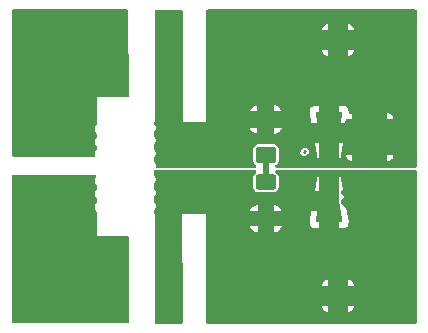
<source format=gbr>
%TF.GenerationSoftware,KiCad,Pcbnew,8.0.1*%
%TF.CreationDate,2024-04-06T18:31:26-05:00*%
%TF.ProjectId,Banana to Screw Terminal,42616e61-6e61-4207-946f-205363726577,2*%
%TF.SameCoordinates,Original*%
%TF.FileFunction,Copper,L2,Bot*%
%TF.FilePolarity,Positive*%
%FSLAX46Y46*%
G04 Gerber Fmt 4.6, Leading zero omitted, Abs format (unit mm)*
G04 Created by KiCad (PCBNEW 8.0.1) date 2024-04-06 18:31:26*
%MOMM*%
%LPD*%
G01*
G04 APERTURE LIST*
G04 Aperture macros list*
%AMRoundRect*
0 Rectangle with rounded corners*
0 $1 Rounding radius*
0 $2 $3 $4 $5 $6 $7 $8 $9 X,Y pos of 4 corners*
0 Add a 4 corners polygon primitive as box body*
4,1,4,$2,$3,$4,$5,$6,$7,$8,$9,$2,$3,0*
0 Add four circle primitives for the rounded corners*
1,1,$1+$1,$2,$3*
1,1,$1+$1,$4,$5*
1,1,$1+$1,$6,$7*
1,1,$1+$1,$8,$9*
0 Add four rect primitives between the rounded corners*
20,1,$1+$1,$2,$3,$4,$5,0*
20,1,$1+$1,$4,$5,$6,$7,0*
20,1,$1+$1,$6,$7,$8,$9,0*
20,1,$1+$1,$8,$9,$2,$3,0*%
%AMOutline4P*
0 Free polygon, 4 corners , with rotation*
0 The origin of the aperture is its center*
0 number of corners: always 4*
0 $1 to $8 corner X, Y*
0 $9 Rotation angle, in degrees counterclockwise*
0 create outline with 4 corners*
4,1,4,$1,$2,$3,$4,$5,$6,$7,$8,$1,$2,$9*%
G04 Aperture macros list end*
%TA.AperFunction,ComponentPad*%
%ADD10R,3.000000X3.000000*%
%TD*%
%TA.AperFunction,ComponentPad*%
%ADD11C,3.000000*%
%TD*%
%TA.AperFunction,ComponentPad*%
%ADD12R,1.700000X1.700000*%
%TD*%
%TA.AperFunction,ComponentPad*%
%ADD13C,0.800000*%
%TD*%
%TA.AperFunction,ComponentPad*%
%ADD14C,6.400000*%
%TD*%
%TA.AperFunction,SMDPad,CuDef*%
%ADD15RoundRect,0.250000X0.625000X-0.400000X0.625000X0.400000X-0.625000X0.400000X-0.625000X-0.400000X0*%
%TD*%
%TA.AperFunction,SMDPad,CuDef*%
%ADD16Outline4P,-1.800000X-1.150000X1.800000X-0.550000X1.800000X0.550000X-1.800000X1.150000X90.000000*%
%TD*%
%TA.AperFunction,SMDPad,CuDef*%
%ADD17Outline4P,-1.800000X-1.150000X1.800000X-0.550000X1.800000X0.550000X-1.800000X1.150000X270.000000*%
%TD*%
%TA.AperFunction,SMDPad,CuDef*%
%ADD18RoundRect,0.250001X-0.624999X0.462499X-0.624999X-0.462499X0.624999X-0.462499X0.624999X0.462499X0*%
%TD*%
%TA.AperFunction,ViaPad*%
%ADD19C,0.800000*%
%TD*%
%TA.AperFunction,Conductor*%
%ADD20C,0.250000*%
%TD*%
%TA.AperFunction,Conductor*%
%ADD21C,0.500000*%
%TD*%
G04 APERTURE END LIST*
D10*
%TO.P,J1,1,Pin_1*%
%TO.N,GND*%
X155575000Y-96901000D03*
D11*
%TO.P,J1,2,Pin_2*%
%TO.N,/Positive*%
X155575000Y-101981000D03*
%TD*%
D12*
%TO.P,J3,1,Pin_1*%
%TO.N,GND*%
X152882600Y-88671400D03*
%TD*%
D13*
%TO.P,H1,1,1*%
%TO.N,/Positive*%
X126600138Y-108968250D03*
X127303082Y-107271194D03*
X127303082Y-110665306D03*
X129000138Y-106568250D03*
D14*
X129000138Y-108968250D03*
D13*
X129000138Y-111368250D03*
X130697194Y-107271194D03*
X130697194Y-110665306D03*
X131400138Y-108968250D03*
%TD*%
D12*
%TO.P,J2,1,Pin_1*%
%TO.N,/Positive*%
X152882600Y-110337600D03*
%TD*%
D13*
%TO.P,H2,1,1*%
%TO.N,GND*%
X126600138Y-89918250D03*
X127303082Y-88221194D03*
X127303082Y-91615306D03*
X129000138Y-87518250D03*
D14*
X129000138Y-89918250D03*
D13*
X129000138Y-92318250D03*
X130697194Y-88221194D03*
X130697194Y-91615306D03*
X131400138Y-89918250D03*
%TD*%
D15*
%TO.P,R2,1*%
%TO.N,/Positive*%
X146790000Y-103820000D03*
%TO.P,R2,2*%
%TO.N,Net-(D2-A)*%
X146790000Y-100720000D03*
%TD*%
D16*
%TO.P,D3,1,K*%
%TO.N,/Positive*%
X152146000Y-102341000D03*
D17*
%TO.P,D3,2,A*%
%TO.N,GND*%
X152146000Y-96541000D03*
%TD*%
D18*
%TO.P,D2,1,K*%
%TO.N,GND*%
X146790000Y-95432500D03*
%TO.P,D2,2,A*%
%TO.N,Net-(D2-A)*%
X146790000Y-98407500D03*
%TD*%
D19*
%TO.N,GND*%
X144856200Y-86588600D03*
X144856200Y-95250000D03*
X144856200Y-88320880D03*
X144856200Y-90053160D03*
X144856200Y-91785440D03*
X144856200Y-93517720D03*
%TO.N,/Positive*%
X144856200Y-110535720D03*
X144856200Y-105415080D03*
X144856200Y-107121960D03*
X144856200Y-103708200D03*
X144856200Y-108828840D03*
X144856200Y-112242600D03*
%TD*%
D20*
%TO.N,GND*%
X138500000Y-88475000D02*
X138500000Y-91275000D01*
D21*
%TO.N,Net-(D2-A)*%
X146790000Y-98407500D02*
X146790000Y-100720000D01*
D20*
%TO.N,*%
X150114000Y-98116000D02*
X150030000Y-98200000D01*
%TD*%
%TA.AperFunction,Conductor*%
%TO.N,/Positive*%
G36*
X133225000Y-106000000D02*
G01*
X133225000Y-112689747D01*
X125455059Y-112689455D01*
X125388021Y-112669768D01*
X125342268Y-112616962D01*
X125331064Y-112565740D01*
X125315796Y-105928517D01*
X125313744Y-105036255D01*
X125575000Y-104775000D01*
X132000000Y-104775000D01*
X133225000Y-106000000D01*
G37*
%TD.AperFunction*%
%TD*%
%TA.AperFunction,Conductor*%
%TO.N,GND*%
G36*
X133325000Y-92575000D02*
G01*
X131875000Y-94025000D01*
X125288416Y-94025000D01*
X125270485Y-86230206D01*
X125290016Y-86163125D01*
X125342714Y-86117248D01*
X125394407Y-86105924D01*
X133325000Y-86101108D01*
X133325000Y-92575000D01*
G37*
%TD.AperFunction*%
%TD*%
%TA.AperFunction,Conductor*%
%TO.N,/Positive*%
G36*
X145936631Y-99719685D02*
G01*
X145982386Y-99772489D01*
X145992330Y-99841647D01*
X145963305Y-99905203D01*
X145943225Y-99923770D01*
X145842851Y-99997848D01*
X145762207Y-100107117D01*
X145762206Y-100107119D01*
X145717353Y-100235299D01*
X145714500Y-100265730D01*
X145714500Y-101174269D01*
X145717353Y-101204699D01*
X145717353Y-101204701D01*
X145761908Y-101332028D01*
X145762207Y-101332882D01*
X145842850Y-101442150D01*
X145952118Y-101522793D01*
X145991854Y-101536697D01*
X146080299Y-101567646D01*
X146110730Y-101570500D01*
X146110734Y-101570500D01*
X147469270Y-101570500D01*
X147499699Y-101567646D01*
X147499701Y-101567646D01*
X147563790Y-101545219D01*
X147627882Y-101522793D01*
X147670962Y-101490999D01*
X150930768Y-101490999D01*
X150930769Y-101491000D01*
X151296000Y-101491000D01*
X151296000Y-100139847D01*
X151295999Y-100139847D01*
X151217961Y-100205955D01*
X151138880Y-100326035D01*
X151138879Y-100326036D01*
X151108925Y-100422065D01*
X151108924Y-100422070D01*
X150930768Y-101490999D01*
X147670962Y-101490999D01*
X147737150Y-101442150D01*
X147817793Y-101332882D01*
X147846722Y-101250207D01*
X147862646Y-101204701D01*
X147862646Y-101204699D01*
X147865500Y-101174269D01*
X147865500Y-100265730D01*
X147862646Y-100235299D01*
X147829245Y-100139846D01*
X152996000Y-100139846D01*
X152996000Y-104640999D01*
X153362645Y-104640999D01*
X153362664Y-104640998D01*
X153373471Y-104640165D01*
X153373472Y-104640165D01*
X153510962Y-104598121D01*
X153510962Y-104598120D01*
X153631041Y-104519041D01*
X153631044Y-104519038D01*
X153723975Y-104409337D01*
X153782238Y-104277892D01*
X153782240Y-104277887D01*
X153801109Y-104135361D01*
X153801109Y-104135349D01*
X153800155Y-104124555D01*
X153594322Y-102889561D01*
X153594321Y-102889559D01*
X153157402Y-102452640D01*
X153123917Y-102391317D01*
X153128901Y-102321625D01*
X153157402Y-102277278D01*
X153378826Y-102055853D01*
X154815000Y-102055853D01*
X154844207Y-102202684D01*
X154901497Y-102340995D01*
X154984670Y-102465472D01*
X155090528Y-102571330D01*
X155215005Y-102654503D01*
X155353316Y-102711793D01*
X155500147Y-102741000D01*
X155649853Y-102741000D01*
X155796684Y-102711793D01*
X155934995Y-102654503D01*
X156059472Y-102571330D01*
X156165330Y-102465472D01*
X156248503Y-102340995D01*
X156305793Y-102202684D01*
X156335000Y-102055853D01*
X156335000Y-101906147D01*
X156305793Y-101759316D01*
X156248503Y-101621005D01*
X156165330Y-101496528D01*
X156059472Y-101390670D01*
X155934995Y-101307497D01*
X155796684Y-101250207D01*
X155649853Y-101221000D01*
X155500147Y-101221000D01*
X155353316Y-101250207D01*
X155215005Y-101307497D01*
X155090528Y-101390670D01*
X154984670Y-101496528D01*
X154901497Y-101621005D01*
X154844207Y-101759316D01*
X154815000Y-101906147D01*
X154815000Y-102055853D01*
X153378826Y-102055853D01*
X153444436Y-101990243D01*
X153440739Y-101968060D01*
X153440738Y-101968058D01*
X153157402Y-101684722D01*
X153123917Y-101623399D01*
X153128901Y-101553707D01*
X153157402Y-101509360D01*
X153334733Y-101332028D01*
X153183074Y-100422069D01*
X153183073Y-100422062D01*
X153153120Y-100326036D01*
X153074038Y-100205954D01*
X153074039Y-100205954D01*
X152996000Y-100139846D01*
X147829245Y-100139846D01*
X147817793Y-100107119D01*
X147817792Y-100107117D01*
X147737150Y-99997850D01*
X147737148Y-99997849D01*
X147737148Y-99997848D01*
X147636775Y-99923770D01*
X147594524Y-99868123D01*
X147589065Y-99798467D01*
X147622132Y-99736917D01*
X147683226Y-99703016D01*
X147710408Y-99700000D01*
X154966762Y-99700000D01*
X156183238Y-99700000D01*
X159457000Y-99700000D01*
X159524039Y-99719685D01*
X159569794Y-99772489D01*
X159581000Y-99824000D01*
X159581000Y-112575800D01*
X159561315Y-112642839D01*
X159508511Y-112688594D01*
X159457000Y-112699800D01*
X141855848Y-112699800D01*
X141788809Y-112680115D01*
X141743054Y-112627311D01*
X141731848Y-112575952D01*
X141731745Y-112492178D01*
X141730148Y-111187600D01*
X151532600Y-111187600D01*
X151532600Y-111235444D01*
X151539001Y-111294972D01*
X151539003Y-111294979D01*
X151589245Y-111429686D01*
X151589249Y-111429693D01*
X151675409Y-111544787D01*
X151675412Y-111544790D01*
X151790506Y-111630950D01*
X151790513Y-111630954D01*
X151925220Y-111681196D01*
X151925227Y-111681198D01*
X151984755Y-111687599D01*
X151984772Y-111687600D01*
X152032600Y-111687600D01*
X152032600Y-111187600D01*
X153732600Y-111187600D01*
X153732600Y-111687600D01*
X153780428Y-111687600D01*
X153780444Y-111687599D01*
X153839972Y-111681198D01*
X153839979Y-111681196D01*
X153974686Y-111630954D01*
X153974693Y-111630950D01*
X154089787Y-111544790D01*
X154089790Y-111544787D01*
X154175950Y-111429693D01*
X154175954Y-111429686D01*
X154226196Y-111294979D01*
X154226198Y-111294972D01*
X154232599Y-111235444D01*
X154232600Y-111235427D01*
X154232600Y-111187600D01*
X153732600Y-111187600D01*
X152032600Y-111187600D01*
X151532600Y-111187600D01*
X141730148Y-111187600D01*
X141729188Y-110403426D01*
X152382600Y-110403426D01*
X152416675Y-110530593D01*
X152482501Y-110644607D01*
X152575593Y-110737699D01*
X152689607Y-110803525D01*
X152816774Y-110837600D01*
X152948426Y-110837600D01*
X153075593Y-110803525D01*
X153189607Y-110737699D01*
X153282699Y-110644607D01*
X153348525Y-110530593D01*
X153382600Y-110403426D01*
X153382600Y-110271774D01*
X153348525Y-110144607D01*
X153282699Y-110030593D01*
X153189607Y-109937501D01*
X153075593Y-109871675D01*
X152948426Y-109837600D01*
X152816774Y-109837600D01*
X152689607Y-109871675D01*
X152575593Y-109937501D01*
X152482501Y-110030593D01*
X152416675Y-110144607D01*
X152382600Y-110271774D01*
X152382600Y-110403426D01*
X141729188Y-110403426D01*
X141728067Y-109487600D01*
X151532600Y-109487600D01*
X152032600Y-109487600D01*
X152032600Y-108987600D01*
X153732600Y-108987600D01*
X153732600Y-109487600D01*
X154232600Y-109487600D01*
X154232600Y-109439772D01*
X154232599Y-109439755D01*
X154226198Y-109380227D01*
X154226196Y-109380220D01*
X154175954Y-109245513D01*
X154175950Y-109245506D01*
X154089790Y-109130412D01*
X154089787Y-109130409D01*
X153974693Y-109044249D01*
X153974686Y-109044245D01*
X153839979Y-108994003D01*
X153839972Y-108994001D01*
X153780444Y-108987600D01*
X153732600Y-108987600D01*
X152032600Y-108987600D01*
X151984755Y-108987600D01*
X151925227Y-108994001D01*
X151925220Y-108994003D01*
X151790513Y-109044245D01*
X151790506Y-109044249D01*
X151675412Y-109130409D01*
X151675409Y-109130412D01*
X151589249Y-109245506D01*
X151589245Y-109245513D01*
X151539003Y-109380220D01*
X151539001Y-109380227D01*
X151532600Y-109439755D01*
X151532600Y-109487600D01*
X141728067Y-109487600D01*
X141721926Y-104470000D01*
X145457737Y-104470000D01*
X145480641Y-104539120D01*
X145572684Y-104688345D01*
X145696654Y-104812315D01*
X145845875Y-104904356D01*
X145845880Y-104904358D01*
X146012302Y-104959505D01*
X146012309Y-104959506D01*
X146115019Y-104969999D01*
X146140000Y-104969998D01*
X146140000Y-104470000D01*
X147440000Y-104470000D01*
X147440000Y-104969999D01*
X147464972Y-104969999D01*
X147464986Y-104969998D01*
X147567697Y-104959505D01*
X147734119Y-104904358D01*
X147734124Y-104904356D01*
X147883345Y-104812315D01*
X148007315Y-104688345D01*
X148099358Y-104539120D01*
X148122263Y-104470000D01*
X147440000Y-104470000D01*
X146140000Y-104470000D01*
X145457737Y-104470000D01*
X141721926Y-104470000D01*
X141721517Y-104135361D01*
X150490890Y-104135361D01*
X150509759Y-104277886D01*
X150509761Y-104277894D01*
X150568022Y-104409335D01*
X150660955Y-104519039D01*
X150660957Y-104519041D01*
X150781036Y-104598120D01*
X150781036Y-104598121D01*
X150918518Y-104640163D01*
X150918528Y-104640165D01*
X150929346Y-104640999D01*
X151295999Y-104640999D01*
X151296000Y-104640998D01*
X151296000Y-103191000D01*
X150647436Y-103191000D01*
X150491846Y-104124539D01*
X150491843Y-104124562D01*
X150490890Y-104135349D01*
X150490890Y-104135361D01*
X141721517Y-104135361D01*
X141720678Y-103450000D01*
X139725000Y-103450000D01*
X139747246Y-111681198D01*
X139749664Y-112575665D01*
X139730160Y-112642757D01*
X139677480Y-112688655D01*
X139625664Y-112700000D01*
X137499009Y-112700000D01*
X137431970Y-112680315D01*
X137386215Y-112627511D01*
X137375009Y-112575991D01*
X137375010Y-112575800D01*
X137375709Y-103432600D01*
X137375709Y-103432599D01*
X137362670Y-103419559D01*
X137340041Y-103412915D01*
X137294286Y-103360111D01*
X137283080Y-103308600D01*
X137283080Y-103209507D01*
X137294681Y-103170000D01*
X145457737Y-103170000D01*
X146140000Y-103170000D01*
X146140000Y-102670000D01*
X147440000Y-102670000D01*
X147440000Y-103170000D01*
X148122262Y-103170000D01*
X148099358Y-103100879D01*
X148007315Y-102951654D01*
X147883345Y-102827684D01*
X147734124Y-102735643D01*
X147734119Y-102735641D01*
X147567697Y-102680494D01*
X147567690Y-102680493D01*
X147464986Y-102670000D01*
X147440000Y-102670000D01*
X146140000Y-102670000D01*
X146140000Y-102669999D01*
X146115029Y-102670000D01*
X146115010Y-102670001D01*
X146012302Y-102680494D01*
X145845880Y-102735641D01*
X145845875Y-102735643D01*
X145696654Y-102827684D01*
X145572684Y-102951654D01*
X145480641Y-103100879D01*
X145457737Y-103170000D01*
X137294681Y-103170000D01*
X137302765Y-103142468D01*
X137319399Y-103121826D01*
X137344513Y-103096712D01*
X137419292Y-102967192D01*
X137458000Y-102822731D01*
X137458000Y-102673173D01*
X137419292Y-102528712D01*
X137344513Y-102399192D01*
X137319399Y-102374078D01*
X137285914Y-102312755D01*
X137283080Y-102286397D01*
X137283080Y-102073031D01*
X137302765Y-102005992D01*
X137319399Y-101985350D01*
X137344513Y-101960236D01*
X137419292Y-101830716D01*
X137458000Y-101686255D01*
X137458000Y-101536697D01*
X137419292Y-101392236D01*
X137344513Y-101262716D01*
X137319399Y-101237602D01*
X137285914Y-101176279D01*
X137283080Y-101149921D01*
X137283080Y-100936555D01*
X137302765Y-100869516D01*
X137319399Y-100848874D01*
X137344513Y-100823760D01*
X137419292Y-100694240D01*
X137458000Y-100549779D01*
X137458000Y-100400221D01*
X137419292Y-100255760D01*
X137344513Y-100126240D01*
X137319399Y-100101126D01*
X137285914Y-100039803D01*
X137283080Y-100013445D01*
X137283080Y-99824000D01*
X137302765Y-99756961D01*
X137355569Y-99711206D01*
X137407080Y-99700000D01*
X145869592Y-99700000D01*
X145936631Y-99719685D01*
G37*
%TD.AperFunction*%
%TA.AperFunction,Conductor*%
G36*
X132368773Y-100113335D02*
G01*
X132414528Y-100166139D01*
X132424472Y-100235297D01*
X132409121Y-100279651D01*
X132362202Y-100360914D01*
X132323494Y-100505377D01*
X132323494Y-100654934D01*
X132362202Y-100799397D01*
X132390768Y-100848874D01*
X132436981Y-100928916D01*
X132436983Y-100928918D01*
X132471561Y-100963496D01*
X132505046Y-101024819D01*
X132507880Y-101051177D01*
X132507880Y-101245611D01*
X132488195Y-101312650D01*
X132471561Y-101333292D01*
X132436983Y-101367869D01*
X132436981Y-101367872D01*
X132362202Y-101497390D01*
X132323494Y-101641853D01*
X132323494Y-101791410D01*
X132362202Y-101935873D01*
X132380786Y-101968060D01*
X132436981Y-102065392D01*
X132436983Y-102065394D01*
X132471561Y-102099972D01*
X132505046Y-102161295D01*
X132507880Y-102187653D01*
X132507880Y-102382087D01*
X132488195Y-102449126D01*
X132471561Y-102469768D01*
X132436983Y-102504345D01*
X132436981Y-102504348D01*
X132362202Y-102633866D01*
X132323494Y-102778329D01*
X132323494Y-102927886D01*
X132362202Y-103072349D01*
X132390768Y-103121826D01*
X132436981Y-103201868D01*
X132436983Y-103201870D01*
X132471561Y-103236448D01*
X132505046Y-103297771D01*
X132507880Y-103324129D01*
X132507880Y-103421611D01*
X132522166Y-103447774D01*
X132525000Y-103474132D01*
X132525000Y-105300000D01*
X135076000Y-105300000D01*
X135143039Y-105319685D01*
X135188794Y-105372489D01*
X135200000Y-105424000D01*
X135200000Y-112565818D01*
X135180315Y-112632857D01*
X135127511Y-112678612D01*
X135075995Y-112689818D01*
X130299213Y-112689638D01*
X130232175Y-112669951D01*
X130186422Y-112617145D01*
X130176481Y-112547986D01*
X130205508Y-112484432D01*
X130254780Y-112449874D01*
X130331132Y-112420564D01*
X129000138Y-111089570D01*
X127669142Y-112420564D01*
X127745239Y-112449776D01*
X127800771Y-112492178D01*
X127824564Y-112557872D01*
X127809062Y-112626000D01*
X127759189Y-112674933D01*
X127700796Y-112689540D01*
X125455059Y-112689455D01*
X125388021Y-112669768D01*
X125342268Y-112616962D01*
X125331064Y-112565740D01*
X125331046Y-112557872D01*
X125326458Y-110563436D01*
X125328042Y-110563433D01*
X125326424Y-110548550D01*
X125326061Y-110390859D01*
X125345590Y-110323780D01*
X125398289Y-110277904D01*
X125467424Y-110267801D01*
X125526904Y-110294798D01*
X125547822Y-110299245D01*
X126752895Y-109094173D01*
X127400138Y-109094173D01*
X127439535Y-109342918D01*
X127517359Y-109582437D01*
X127631695Y-109806833D01*
X127779726Y-110010580D01*
X127957808Y-110188662D01*
X128161555Y-110336693D01*
X128385951Y-110451029D01*
X128625470Y-110528853D01*
X128874215Y-110568250D01*
X129126061Y-110568250D01*
X129374806Y-110528853D01*
X129614325Y-110451029D01*
X129838721Y-110336693D01*
X130042468Y-110188662D01*
X130220550Y-110010580D01*
X130368581Y-109806833D01*
X130482917Y-109582437D01*
X130560741Y-109342918D01*
X130600138Y-109094173D01*
X130600138Y-108968250D01*
X131121458Y-108968250D01*
X132452452Y-110299244D01*
X132523876Y-110113181D01*
X132624250Y-109738580D01*
X132624251Y-109738573D01*
X132684918Y-109355537D01*
X132705216Y-108968250D01*
X132705216Y-108968249D01*
X132684918Y-108580962D01*
X132624251Y-108197926D01*
X132624250Y-108197919D01*
X132523875Y-107823313D01*
X132452452Y-107637253D01*
X131121458Y-108968249D01*
X131121458Y-108968250D01*
X130600138Y-108968250D01*
X130600138Y-108842327D01*
X130560741Y-108593582D01*
X130482917Y-108354063D01*
X130368581Y-108129667D01*
X130220550Y-107925920D01*
X130042468Y-107747838D01*
X129838721Y-107599807D01*
X129614325Y-107485471D01*
X129374806Y-107407647D01*
X129126061Y-107368250D01*
X128874215Y-107368250D01*
X128625470Y-107407647D01*
X128385951Y-107485471D01*
X128161555Y-107599807D01*
X127957808Y-107747838D01*
X127779726Y-107925920D01*
X127631695Y-108129667D01*
X127517359Y-108354063D01*
X127439535Y-108593582D01*
X127400138Y-108842327D01*
X127400138Y-109094173D01*
X126752895Y-109094173D01*
X126878818Y-108968250D01*
X126878818Y-108968249D01*
X125547822Y-107637253D01*
X125534245Y-107640139D01*
X125516917Y-107662834D01*
X125451223Y-107686626D01*
X125383094Y-107671124D01*
X125334162Y-107621250D01*
X125319557Y-107563152D01*
X125319145Y-107384041D01*
X125322974Y-107384033D01*
X125322605Y-107380636D01*
X125319137Y-107380643D01*
X125314848Y-105515934D01*
X127669142Y-105515934D01*
X129000138Y-106846930D01*
X129000139Y-106846930D01*
X130331133Y-105515934D01*
X130145074Y-105444512D01*
X129770468Y-105344137D01*
X129770461Y-105344136D01*
X129387425Y-105283469D01*
X129000139Y-105263172D01*
X129000137Y-105263172D01*
X128612850Y-105283469D01*
X128229814Y-105344136D01*
X128229807Y-105344137D01*
X127855201Y-105444512D01*
X127669142Y-105515934D01*
X125314848Y-105515934D01*
X125302661Y-100217933D01*
X125322192Y-100150851D01*
X125374890Y-100104974D01*
X125426661Y-100093650D01*
X132301734Y-100093650D01*
X132368773Y-100113335D01*
G37*
%TD.AperFunction*%
%TD*%
%TA.AperFunction,Conductor*%
%TO.N,GND*%
G36*
X159524039Y-86125685D02*
G01*
X159569794Y-86178489D01*
X159581000Y-86230000D01*
X159581000Y-99370500D01*
X159561315Y-99437539D01*
X159508511Y-99483294D01*
X159457000Y-99494500D01*
X147710405Y-99494500D01*
X147708711Y-99494547D01*
X147708710Y-99494500D01*
X147708696Y-99494500D01*
X147708696Y-99494006D01*
X147708694Y-99493949D01*
X147642898Y-99478508D01*
X147594305Y-99428302D01*
X147580570Y-99359796D01*
X147606052Y-99294739D01*
X147630454Y-99270894D01*
X147737150Y-99192150D01*
X147817793Y-99082882D01*
X147862646Y-98954698D01*
X147865500Y-98924265D01*
X147865499Y-98242852D01*
X149704500Y-98242852D01*
X149726682Y-98325640D01*
X149735794Y-98341422D01*
X149769535Y-98399862D01*
X149830138Y-98460465D01*
X149904361Y-98503318D01*
X149987147Y-98525500D01*
X149987149Y-98525500D01*
X150072851Y-98525500D01*
X150072853Y-98525500D01*
X150155639Y-98503318D01*
X150229862Y-98460465D01*
X150374465Y-98315862D01*
X150417318Y-98241639D01*
X150439500Y-98158853D01*
X150439500Y-98073147D01*
X150417318Y-97990361D01*
X150416220Y-97988460D01*
X150411575Y-97980414D01*
X150374465Y-97916138D01*
X150313862Y-97855535D01*
X150272141Y-97831447D01*
X150239640Y-97812682D01*
X150198246Y-97801591D01*
X150156853Y-97790500D01*
X150071147Y-97790500D01*
X149988359Y-97812682D01*
X149914138Y-97855535D01*
X149914135Y-97855537D01*
X149769537Y-98000135D01*
X149769535Y-98000138D01*
X149726682Y-98074359D01*
X149704500Y-98157147D01*
X149704500Y-98242852D01*
X147865499Y-98242852D01*
X147865499Y-97890736D01*
X147862646Y-97860302D01*
X147817793Y-97732118D01*
X147737150Y-97622850D01*
X147656506Y-97563332D01*
X147627881Y-97542206D01*
X147499695Y-97497353D01*
X147499698Y-97497353D01*
X147469268Y-97494500D01*
X146110741Y-97494500D01*
X146080301Y-97497354D01*
X146080300Y-97497354D01*
X145952118Y-97542206D01*
X145842850Y-97622850D01*
X145762206Y-97732118D01*
X145717353Y-97860302D01*
X145714500Y-97890731D01*
X145714500Y-98924258D01*
X145717354Y-98954698D01*
X145717354Y-98954699D01*
X145762206Y-99082881D01*
X145762207Y-99082882D01*
X145842850Y-99192150D01*
X145949502Y-99270862D01*
X145991752Y-99326509D01*
X145997211Y-99396165D01*
X145964144Y-99457715D01*
X145903050Y-99491616D01*
X145874021Y-99493792D01*
X145874021Y-99494500D01*
X137582000Y-99494500D01*
X137514961Y-99474815D01*
X137469206Y-99422011D01*
X137458000Y-99370500D01*
X137458000Y-99238347D01*
X137458000Y-99238345D01*
X137419292Y-99093884D01*
X137344513Y-98964364D01*
X137319399Y-98939250D01*
X137285914Y-98877927D01*
X137283080Y-98851569D01*
X137283080Y-98728199D01*
X137302765Y-98661160D01*
X137319399Y-98640518D01*
X137344513Y-98615404D01*
X137419292Y-98485884D01*
X137458000Y-98341423D01*
X137458000Y-98191865D01*
X137419292Y-98047404D01*
X137344513Y-97917884D01*
X137319399Y-97892770D01*
X137285914Y-97831447D01*
X137283080Y-97805089D01*
X137283080Y-97656319D01*
X137302765Y-97589280D01*
X137319399Y-97568638D01*
X137344513Y-97543524D01*
X137419292Y-97414004D01*
X137425456Y-97391000D01*
X150930770Y-97391000D01*
X151108925Y-98459932D01*
X151108926Y-98459937D01*
X151138879Y-98555963D01*
X151217958Y-98676041D01*
X151295999Y-98742152D01*
X151296000Y-98742152D01*
X151296000Y-97391000D01*
X152996000Y-97391000D01*
X152996000Y-98742151D01*
X153074041Y-98676040D01*
X153153119Y-98555965D01*
X153153120Y-98555963D01*
X153183074Y-98459934D01*
X153183075Y-98459929D01*
X153192897Y-98401000D01*
X153575000Y-98401000D01*
X153575000Y-98448844D01*
X153581401Y-98508372D01*
X153581403Y-98508379D01*
X153631645Y-98643086D01*
X153631649Y-98643093D01*
X153717809Y-98758187D01*
X153717812Y-98758190D01*
X153832906Y-98844350D01*
X153832913Y-98844354D01*
X153967620Y-98894596D01*
X153967627Y-98894598D01*
X154027155Y-98900999D01*
X154027172Y-98901000D01*
X154075000Y-98901000D01*
X154075000Y-98401000D01*
X157075000Y-98401000D01*
X157075000Y-98901000D01*
X157122828Y-98901000D01*
X157122844Y-98900999D01*
X157182372Y-98894598D01*
X157182379Y-98894596D01*
X157317086Y-98844354D01*
X157317093Y-98844350D01*
X157432187Y-98758190D01*
X157432190Y-98758187D01*
X157518350Y-98643093D01*
X157518354Y-98643086D01*
X157568596Y-98508379D01*
X157568598Y-98508372D01*
X157574999Y-98448844D01*
X157575000Y-98448827D01*
X157575000Y-98401000D01*
X157075000Y-98401000D01*
X154075000Y-98401000D01*
X153575000Y-98401000D01*
X153192897Y-98401000D01*
X153361231Y-97391000D01*
X152996000Y-97391000D01*
X151296000Y-97391000D01*
X150930770Y-97391000D01*
X137425456Y-97391000D01*
X137458000Y-97269543D01*
X137458000Y-97119985D01*
X137419380Y-96975853D01*
X154815000Y-96975853D01*
X154844207Y-97122684D01*
X154901497Y-97260995D01*
X154984670Y-97385472D01*
X155090528Y-97491330D01*
X155215005Y-97574503D01*
X155353316Y-97631793D01*
X155500147Y-97661000D01*
X155649853Y-97661000D01*
X155796684Y-97631793D01*
X155934995Y-97574503D01*
X156059472Y-97491330D01*
X156165330Y-97385472D01*
X156248503Y-97260995D01*
X156305793Y-97122684D01*
X156335000Y-96975853D01*
X156335000Y-96826147D01*
X156305793Y-96679316D01*
X156248503Y-96541005D01*
X156165330Y-96416528D01*
X156059472Y-96310670D01*
X155934995Y-96227497D01*
X155796684Y-96170207D01*
X155649853Y-96141000D01*
X155500147Y-96141000D01*
X155353316Y-96170207D01*
X155215005Y-96227497D01*
X155090528Y-96310670D01*
X154984670Y-96416528D01*
X154901497Y-96541005D01*
X154844207Y-96679316D01*
X154815000Y-96826147D01*
X154815000Y-96975853D01*
X137419380Y-96975853D01*
X137419292Y-96975524D01*
X137344513Y-96846004D01*
X137319399Y-96820890D01*
X137285914Y-96759567D01*
X137283080Y-96733209D01*
X137283080Y-96584439D01*
X137302765Y-96517400D01*
X137319399Y-96496758D01*
X137328842Y-96487315D01*
X137344513Y-96471644D01*
X137419292Y-96342124D01*
X137458000Y-96197663D01*
X137458000Y-96145000D01*
X145457737Y-96145000D01*
X145480639Y-96214116D01*
X145572684Y-96363344D01*
X145696655Y-96487315D01*
X145845876Y-96579356D01*
X145845881Y-96579358D01*
X146012303Y-96634505D01*
X146077499Y-96641166D01*
X146077500Y-96641165D01*
X146077500Y-96145000D01*
X147502500Y-96145000D01*
X147502500Y-96641166D01*
X147567696Y-96634505D01*
X147734118Y-96579358D01*
X147734123Y-96579356D01*
X147883344Y-96487315D01*
X148007315Y-96363344D01*
X148099360Y-96214116D01*
X148122262Y-96145000D01*
X147502500Y-96145000D01*
X146077500Y-96145000D01*
X145457737Y-96145000D01*
X137458000Y-96145000D01*
X137458000Y-96048105D01*
X137419292Y-95903644D01*
X137344513Y-95774124D01*
X137344511Y-95774122D01*
X137340449Y-95767086D01*
X137343101Y-95765554D01*
X137323145Y-95713961D01*
X137337171Y-95645513D01*
X137359106Y-95615866D01*
X137374998Y-95599999D01*
X137375000Y-95600000D01*
X137373402Y-86273412D01*
X137393075Y-86206370D01*
X137445871Y-86160606D01*
X137497434Y-86149392D01*
X139651036Y-86149966D01*
X139718067Y-86169668D01*
X139763808Y-86222485D01*
X139775000Y-86273966D01*
X139775012Y-94800000D01*
X139775012Y-94800002D01*
X139774999Y-95599999D01*
X139775000Y-95600000D01*
X141732000Y-95600000D01*
X141732000Y-94746650D01*
X150490890Y-94746650D01*
X150491844Y-94757446D01*
X150647436Y-95690999D01*
X150647436Y-95691000D01*
X151296000Y-95691000D01*
X151296000Y-94241000D01*
X152996000Y-94241000D01*
X152996000Y-95691000D01*
X153532000Y-95691000D01*
X153532000Y-95525000D01*
X153551685Y-95457961D01*
X153604489Y-95412206D01*
X153656000Y-95401000D01*
X154075000Y-95401000D01*
X154075000Y-94901000D01*
X157075000Y-94901000D01*
X157075000Y-95401000D01*
X157575000Y-95401000D01*
X157575000Y-95353172D01*
X157574999Y-95353155D01*
X157568598Y-95293627D01*
X157568596Y-95293620D01*
X157518354Y-95158913D01*
X157518350Y-95158906D01*
X157432190Y-95043812D01*
X157432187Y-95043809D01*
X157317093Y-94957649D01*
X157317086Y-94957645D01*
X157182379Y-94907403D01*
X157182372Y-94907401D01*
X157122844Y-94901000D01*
X157075000Y-94901000D01*
X154075000Y-94901000D01*
X154027155Y-94901000D01*
X153967627Y-94907401D01*
X153967619Y-94907403D01*
X153963295Y-94909016D01*
X153893603Y-94913996D01*
X153832282Y-94880507D01*
X153798801Y-94819181D01*
X153797657Y-94772443D01*
X153800155Y-94757454D01*
X153800155Y-94757450D01*
X153801109Y-94746652D01*
X153801109Y-94746638D01*
X153782240Y-94604113D01*
X153782238Y-94604105D01*
X153723977Y-94472664D01*
X153631044Y-94362960D01*
X153631042Y-94362958D01*
X153510963Y-94283879D01*
X153510963Y-94283878D01*
X153373481Y-94241836D01*
X153373471Y-94241834D01*
X153362655Y-94241000D01*
X152996000Y-94241000D01*
X151296000Y-94241000D01*
X150929354Y-94241000D01*
X150929335Y-94241001D01*
X150918528Y-94241834D01*
X150918527Y-94241834D01*
X150781037Y-94283878D01*
X150781037Y-94283879D01*
X150660958Y-94362958D01*
X150660955Y-94362961D01*
X150568024Y-94472662D01*
X150509761Y-94604107D01*
X150509759Y-94604112D01*
X150490890Y-94746638D01*
X150490890Y-94746650D01*
X141732000Y-94746650D01*
X141732000Y-94719999D01*
X145457737Y-94719999D01*
X145457738Y-94720000D01*
X146077500Y-94720000D01*
X146077500Y-94223833D01*
X147502500Y-94223833D01*
X147502500Y-94720000D01*
X148122262Y-94720000D01*
X148122262Y-94719999D01*
X148099360Y-94650883D01*
X148007315Y-94501655D01*
X147883344Y-94377684D01*
X147734123Y-94285643D01*
X147734118Y-94285641D01*
X147567696Y-94230494D01*
X147567689Y-94230493D01*
X147502500Y-94223833D01*
X146077500Y-94223833D01*
X146077499Y-94223833D01*
X146012310Y-94230493D01*
X146012303Y-94230494D01*
X145845881Y-94285641D01*
X145845876Y-94285643D01*
X145696655Y-94377684D01*
X145572684Y-94501655D01*
X145480639Y-94650883D01*
X145457737Y-94719999D01*
X141732000Y-94719999D01*
X141732000Y-89521400D01*
X151532600Y-89521400D01*
X151532600Y-89569244D01*
X151539001Y-89628772D01*
X151539003Y-89628779D01*
X151589245Y-89763486D01*
X151589249Y-89763493D01*
X151675409Y-89878587D01*
X151675412Y-89878590D01*
X151790506Y-89964750D01*
X151790513Y-89964754D01*
X151925220Y-90014996D01*
X151925227Y-90014998D01*
X151984755Y-90021399D01*
X151984772Y-90021400D01*
X152032600Y-90021400D01*
X152032600Y-89521400D01*
X153732600Y-89521400D01*
X153732600Y-90021400D01*
X153780428Y-90021400D01*
X153780444Y-90021399D01*
X153839972Y-90014998D01*
X153839979Y-90014996D01*
X153974686Y-89964754D01*
X153974693Y-89964750D01*
X154089787Y-89878590D01*
X154089790Y-89878587D01*
X154175950Y-89763493D01*
X154175954Y-89763486D01*
X154226196Y-89628779D01*
X154226198Y-89628772D01*
X154232599Y-89569244D01*
X154232600Y-89569227D01*
X154232600Y-89521400D01*
X153732600Y-89521400D01*
X152032600Y-89521400D01*
X151532600Y-89521400D01*
X141732000Y-89521400D01*
X141732000Y-88737226D01*
X152382600Y-88737226D01*
X152416675Y-88864393D01*
X152482501Y-88978407D01*
X152575593Y-89071499D01*
X152689607Y-89137325D01*
X152816774Y-89171400D01*
X152948426Y-89171400D01*
X153075593Y-89137325D01*
X153189607Y-89071499D01*
X153282699Y-88978407D01*
X153348525Y-88864393D01*
X153382600Y-88737226D01*
X153382600Y-88605574D01*
X153348525Y-88478407D01*
X153282699Y-88364393D01*
X153189607Y-88271301D01*
X153075593Y-88205475D01*
X152948426Y-88171400D01*
X152816774Y-88171400D01*
X152689607Y-88205475D01*
X152575593Y-88271301D01*
X152482501Y-88364393D01*
X152416675Y-88478407D01*
X152382600Y-88605574D01*
X152382600Y-88737226D01*
X141732000Y-88737226D01*
X141732000Y-87821400D01*
X151532600Y-87821400D01*
X152032600Y-87821400D01*
X152032600Y-87321400D01*
X153732600Y-87321400D01*
X153732600Y-87821400D01*
X154232600Y-87821400D01*
X154232600Y-87773572D01*
X154232599Y-87773555D01*
X154226198Y-87714027D01*
X154226196Y-87714020D01*
X154175954Y-87579313D01*
X154175950Y-87579306D01*
X154089790Y-87464212D01*
X154089787Y-87464209D01*
X153974693Y-87378049D01*
X153974686Y-87378045D01*
X153839979Y-87327803D01*
X153839972Y-87327801D01*
X153780444Y-87321400D01*
X153732600Y-87321400D01*
X152032600Y-87321400D01*
X151984755Y-87321400D01*
X151925227Y-87327801D01*
X151925220Y-87327803D01*
X151790513Y-87378045D01*
X151790506Y-87378049D01*
X151675412Y-87464209D01*
X151675409Y-87464212D01*
X151589249Y-87579306D01*
X151589245Y-87579313D01*
X151539003Y-87714020D01*
X151539001Y-87714027D01*
X151532600Y-87773555D01*
X151532600Y-87821400D01*
X141732000Y-87821400D01*
X141732000Y-86230000D01*
X141751685Y-86162961D01*
X141804489Y-86117206D01*
X141856000Y-86106000D01*
X159457000Y-86106000D01*
X159524039Y-86125685D01*
G37*
%TD.AperFunction*%
%TA.AperFunction,Conductor*%
G36*
X135093392Y-86119719D02*
G01*
X135139179Y-86172495D01*
X135150415Y-86223659D01*
X135174582Y-93423784D01*
X135155123Y-93490889D01*
X135102473Y-93536821D01*
X135050583Y-93548200D01*
X132500000Y-93548200D01*
X132516804Y-95495688D01*
X132507880Y-95527080D01*
X132507880Y-95757019D01*
X132488195Y-95824058D01*
X132471561Y-95844700D01*
X132436983Y-95879277D01*
X132436981Y-95879280D01*
X132362202Y-96008798D01*
X132323494Y-96153261D01*
X132323494Y-96302818D01*
X132362202Y-96447281D01*
X132385316Y-96487315D01*
X132436981Y-96576800D01*
X132436983Y-96576802D01*
X132471561Y-96611380D01*
X132505046Y-96672703D01*
X132507880Y-96699061D01*
X132507880Y-96828899D01*
X132488195Y-96895938D01*
X132471561Y-96916580D01*
X132436983Y-96951157D01*
X132436981Y-96951160D01*
X132362202Y-97080678D01*
X132323494Y-97225141D01*
X132323494Y-97374698D01*
X132362202Y-97519161D01*
X132399591Y-97583920D01*
X132436981Y-97648680D01*
X132436983Y-97648682D01*
X132471561Y-97683260D01*
X132505046Y-97744583D01*
X132507880Y-97770941D01*
X132507880Y-97900779D01*
X132488195Y-97967818D01*
X132471561Y-97988460D01*
X132436983Y-98023037D01*
X132436981Y-98023040D01*
X132362202Y-98152558D01*
X132323494Y-98297021D01*
X132323494Y-98445650D01*
X132303809Y-98512689D01*
X132251005Y-98558444D01*
X132199494Y-98569650D01*
X125422585Y-98569650D01*
X125355546Y-98549965D01*
X125309791Y-98497161D01*
X125298585Y-98445935D01*
X125287472Y-93614883D01*
X128839037Y-93614883D01*
X129000137Y-93623327D01*
X129161238Y-93614883D01*
X129000139Y-93453784D01*
X128839037Y-93614883D01*
X125287472Y-93614883D01*
X125279395Y-90103457D01*
X125296876Y-90085977D01*
X125296889Y-90085962D01*
X125338678Y-90044173D01*
X127400138Y-90044173D01*
X127439535Y-90292918D01*
X127517359Y-90532437D01*
X127631695Y-90756833D01*
X127779726Y-90960580D01*
X127957808Y-91138662D01*
X128161555Y-91286693D01*
X128385951Y-91401029D01*
X128625470Y-91478853D01*
X128874215Y-91518250D01*
X129126061Y-91518250D01*
X129374806Y-91478853D01*
X129614325Y-91401029D01*
X129838721Y-91286693D01*
X130042468Y-91138662D01*
X130220550Y-90960580D01*
X130368581Y-90756833D01*
X130482917Y-90532437D01*
X130560741Y-90292918D01*
X130600138Y-90044173D01*
X130600138Y-89918251D01*
X132535672Y-89918251D01*
X132696771Y-90079350D01*
X132705216Y-89918250D01*
X132696771Y-89757149D01*
X132535672Y-89918250D01*
X132535672Y-89918251D01*
X130600138Y-89918251D01*
X130600138Y-89792327D01*
X130560741Y-89543582D01*
X130482917Y-89304063D01*
X130368581Y-89079667D01*
X130220550Y-88875920D01*
X130042468Y-88697838D01*
X129838721Y-88549807D01*
X129614325Y-88435471D01*
X129374806Y-88357647D01*
X129126061Y-88318250D01*
X128874215Y-88318250D01*
X128625470Y-88357647D01*
X128385951Y-88435471D01*
X128161555Y-88549807D01*
X127957808Y-88697838D01*
X127779726Y-88875920D01*
X127631695Y-89079667D01*
X127517359Y-89304063D01*
X127439535Y-89543582D01*
X127400138Y-89792327D01*
X127400138Y-90044173D01*
X125338678Y-90044173D01*
X125464603Y-89918249D01*
X125295930Y-89749576D01*
X125295928Y-89749573D01*
X125278541Y-89732186D01*
X125270485Y-86230206D01*
X125290016Y-86163125D01*
X125342714Y-86117248D01*
X125394407Y-86105924D01*
X128721326Y-86103904D01*
X128744134Y-86113343D01*
X128743244Y-86115492D01*
X128770762Y-86123551D01*
X128816554Y-86176323D01*
X128820406Y-86202984D01*
X129000137Y-86382715D01*
X129175347Y-86207505D01*
X129174929Y-86202350D01*
X129207829Y-86140711D01*
X129256694Y-86113421D01*
X129256521Y-86113004D01*
X129260097Y-86111521D01*
X129268831Y-86106644D01*
X129272991Y-86106175D01*
X129279286Y-86103565D01*
X135026341Y-86100075D01*
X135093392Y-86119719D01*
G37*
%TD.AperFunction*%
%TD*%
M02*

</source>
